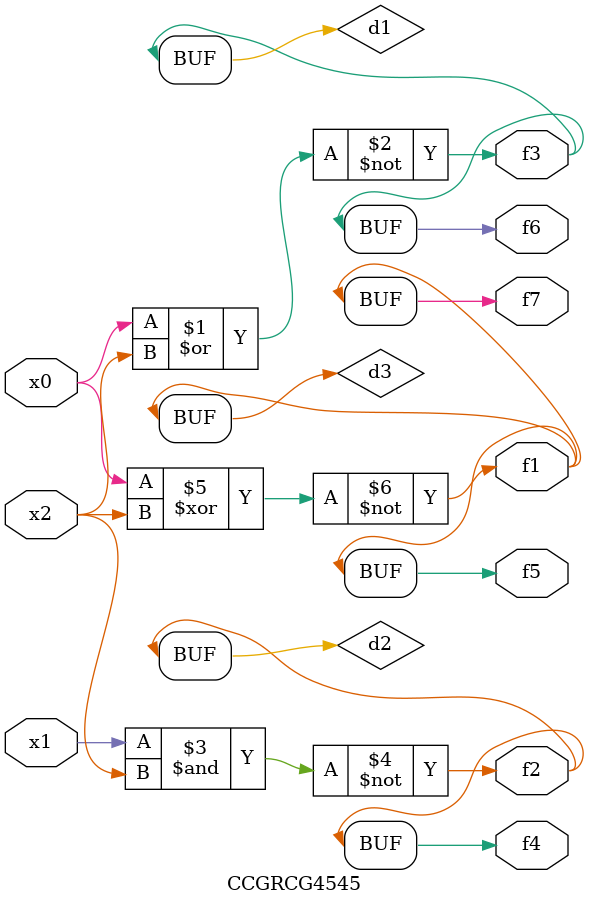
<source format=v>
module CCGRCG4545(
	input x0, x1, x2,
	output f1, f2, f3, f4, f5, f6, f7
);

	wire d1, d2, d3;

	nor (d1, x0, x2);
	nand (d2, x1, x2);
	xnor (d3, x0, x2);
	assign f1 = d3;
	assign f2 = d2;
	assign f3 = d1;
	assign f4 = d2;
	assign f5 = d3;
	assign f6 = d1;
	assign f7 = d3;
endmodule

</source>
